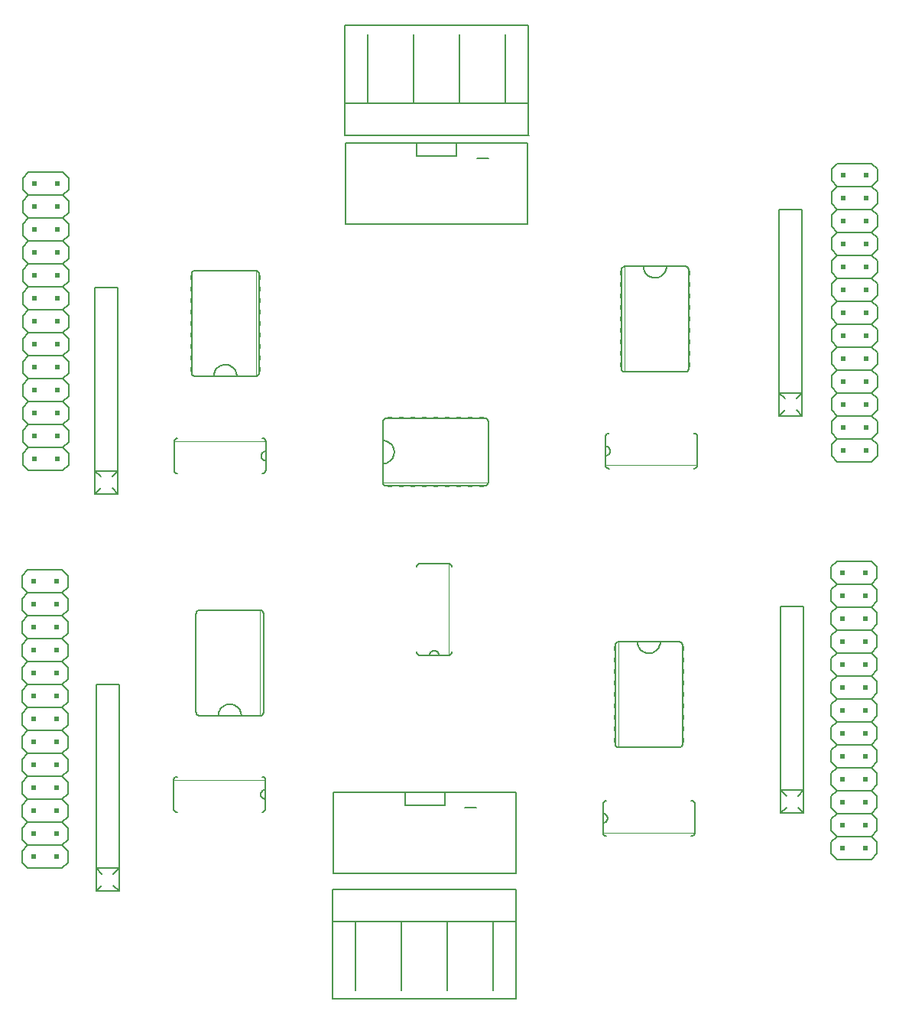
<source format=gto>
G75*
%MOIN*%
%OFA0B0*%
%FSLAX24Y24*%
%IPPOS*%
%LPD*%
%AMOC8*
5,1,8,0,0,1.08239X$1,22.5*
%
%ADD10C,0.0060*%
%ADD11C,0.0020*%
%ADD12R,0.0050X0.0200*%
%ADD13R,0.0200X0.0050*%
%ADD14R,0.0200X0.0200*%
%ADD15C,0.0080*%
%ADD16C,0.0050*%
D10*
X008800Y053527D02*
X008800Y054527D01*
X009800Y054527D01*
X009800Y062527D01*
X008800Y062527D01*
X008800Y054527D01*
X009050Y054277D01*
X009050Y053777D02*
X008800Y053527D01*
X009800Y053527D01*
X009800Y054527D01*
X009550Y054277D01*
X009550Y053777D02*
X009800Y053527D01*
X007579Y054781D02*
X007329Y054531D01*
X005829Y054531D01*
X005579Y054781D01*
X005579Y055281D01*
X005829Y055531D01*
X007329Y055531D01*
X007579Y055781D01*
X007579Y056281D01*
X007329Y056531D01*
X005829Y056531D01*
X005579Y056781D01*
X005579Y057281D01*
X005829Y057531D01*
X007329Y057531D01*
X007579Y057781D01*
X007579Y058281D01*
X007329Y058531D01*
X005829Y058531D01*
X005579Y058781D01*
X005579Y059281D01*
X005829Y059531D01*
X007329Y059531D01*
X007579Y059781D01*
X007579Y060281D01*
X007329Y060531D01*
X005829Y060531D01*
X005579Y060781D01*
X005579Y061281D01*
X005829Y061531D01*
X007329Y061531D01*
X007579Y061281D01*
X007579Y060781D01*
X007329Y060531D01*
X007329Y059531D02*
X007579Y059281D01*
X007579Y058781D01*
X007329Y058531D01*
X007329Y057531D02*
X007579Y057281D01*
X007579Y056781D01*
X007329Y056531D01*
X007329Y055531D02*
X007579Y055281D01*
X007579Y054781D01*
X005829Y055531D02*
X005579Y055781D01*
X005579Y056281D01*
X005829Y056531D01*
X005829Y057531D02*
X005579Y057781D01*
X005579Y058281D01*
X005829Y058531D01*
X005829Y059531D02*
X005579Y059781D01*
X005579Y060281D01*
X005829Y060531D01*
X005829Y061531D02*
X005579Y061781D01*
X005579Y062281D01*
X005829Y062531D01*
X007329Y062531D01*
X007579Y062281D01*
X007579Y061781D01*
X007329Y061531D01*
X007329Y062531D02*
X007579Y062781D01*
X007579Y063281D01*
X007329Y063531D01*
X005829Y063531D01*
X005579Y063781D01*
X005579Y064281D01*
X005829Y064531D01*
X007329Y064531D01*
X007579Y064281D01*
X007579Y063781D01*
X007329Y063531D01*
X007329Y064531D02*
X007579Y064781D01*
X007579Y065281D01*
X007329Y065531D01*
X005829Y065531D01*
X005579Y065781D01*
X005579Y066281D01*
X005829Y066531D01*
X005579Y066781D01*
X005579Y067281D01*
X005829Y067531D01*
X007329Y067531D01*
X007579Y067281D01*
X007579Y066781D01*
X007329Y066531D01*
X005829Y066531D01*
X005829Y065531D02*
X005579Y065281D01*
X005579Y064781D01*
X005829Y064531D01*
X005829Y063531D02*
X005579Y063281D01*
X005579Y062781D01*
X005829Y062531D01*
X007329Y065531D02*
X007579Y065781D01*
X007579Y066281D01*
X007329Y066531D01*
X008764Y070850D02*
X008764Y071850D01*
X009764Y071850D01*
X009764Y079850D01*
X008764Y079850D01*
X008764Y071850D01*
X009014Y071600D01*
X009014Y071100D02*
X008764Y070850D01*
X009764Y070850D01*
X009764Y071850D01*
X009514Y071600D01*
X009514Y071100D02*
X009764Y070850D01*
X007599Y072104D02*
X007599Y072604D01*
X007349Y072854D01*
X005849Y072854D01*
X005599Y073104D01*
X005599Y073604D01*
X005849Y073854D01*
X007349Y073854D01*
X007599Y074104D01*
X007599Y074604D01*
X007349Y074854D01*
X005849Y074854D01*
X005599Y075104D01*
X005599Y075604D01*
X005849Y075854D01*
X007349Y075854D01*
X007599Y076104D01*
X007599Y076604D01*
X007349Y076854D01*
X005849Y076854D01*
X005599Y077104D01*
X005599Y077604D01*
X005849Y077854D01*
X007349Y077854D01*
X007599Y078104D01*
X007599Y078604D01*
X007349Y078854D01*
X005849Y078854D01*
X005599Y079104D01*
X005599Y079604D01*
X005849Y079854D01*
X007349Y079854D01*
X007599Y079604D01*
X007599Y079104D01*
X007349Y078854D01*
X007349Y077854D02*
X007599Y077604D01*
X007599Y077104D01*
X007349Y076854D01*
X007349Y075854D02*
X007599Y075604D01*
X007599Y075104D01*
X007349Y074854D01*
X007349Y073854D02*
X007599Y073604D01*
X007599Y073104D01*
X007349Y072854D01*
X007599Y072104D02*
X007349Y071854D01*
X005849Y071854D01*
X005599Y072104D01*
X005599Y072604D01*
X005849Y072854D01*
X005849Y073854D02*
X005599Y074104D01*
X005599Y074604D01*
X005849Y074854D01*
X005849Y075854D02*
X005599Y076104D01*
X005599Y076604D01*
X005849Y076854D01*
X005849Y077854D02*
X005599Y078104D01*
X005599Y078604D01*
X005849Y078854D01*
X005849Y079854D02*
X005599Y080104D01*
X005599Y080604D01*
X005849Y080854D01*
X007349Y080854D01*
X007599Y080604D01*
X007599Y080104D01*
X007349Y079854D01*
X007349Y080854D02*
X007599Y081104D01*
X007599Y081604D01*
X007349Y081854D01*
X005849Y081854D01*
X005599Y082104D01*
X005599Y082604D01*
X005849Y082854D01*
X007349Y082854D01*
X007599Y082604D01*
X007599Y082104D01*
X007349Y081854D01*
X007349Y082854D02*
X007599Y083104D01*
X007599Y083604D01*
X007349Y083854D01*
X007599Y084104D01*
X007599Y084604D01*
X007349Y084854D01*
X005849Y084854D01*
X005599Y084604D01*
X005599Y084104D01*
X005849Y083854D01*
X007349Y083854D01*
X005849Y083854D02*
X005599Y083604D01*
X005599Y083104D01*
X005849Y082854D01*
X005849Y081854D02*
X005599Y081604D01*
X005599Y081104D01*
X005849Y080854D01*
X012205Y073120D02*
X012205Y071880D01*
X012207Y071857D01*
X012212Y071834D01*
X012221Y071812D01*
X012234Y071792D01*
X012249Y071774D01*
X012267Y071759D01*
X012287Y071746D01*
X012309Y071737D01*
X012332Y071732D01*
X012355Y071730D01*
X012205Y073120D02*
X012207Y073143D01*
X012212Y073166D01*
X012221Y073188D01*
X012234Y073208D01*
X012249Y073226D01*
X012267Y073241D01*
X012287Y073254D01*
X012309Y073263D01*
X012332Y073268D01*
X012355Y073270D01*
X013118Y075975D02*
X013938Y075975D01*
X014938Y075975D01*
X015758Y075975D01*
X015781Y075977D01*
X015804Y075982D01*
X015826Y075991D01*
X015846Y076004D01*
X015864Y076019D01*
X015879Y076037D01*
X015892Y076057D01*
X015901Y076079D01*
X015906Y076102D01*
X015908Y076125D01*
X015908Y080425D01*
X015906Y080448D01*
X015901Y080471D01*
X015892Y080493D01*
X015879Y080513D01*
X015864Y080531D01*
X015846Y080546D01*
X015826Y080559D01*
X015804Y080568D01*
X015781Y080573D01*
X015758Y080575D01*
X013118Y080575D01*
X013095Y080573D01*
X013072Y080568D01*
X013050Y080559D01*
X013030Y080546D01*
X013012Y080531D01*
X012997Y080513D01*
X012984Y080493D01*
X012975Y080471D01*
X012970Y080448D01*
X012968Y080425D01*
X012968Y076125D01*
X012970Y076102D01*
X012975Y076079D01*
X012984Y076057D01*
X012997Y076037D01*
X013012Y076019D01*
X013030Y076004D01*
X013050Y075991D01*
X013072Y075982D01*
X013095Y075977D01*
X013118Y075975D01*
X013938Y075975D02*
X013940Y076019D01*
X013946Y076062D01*
X013955Y076104D01*
X013968Y076146D01*
X013985Y076186D01*
X014005Y076225D01*
X014028Y076262D01*
X014055Y076296D01*
X014084Y076329D01*
X014117Y076358D01*
X014151Y076385D01*
X014188Y076408D01*
X014227Y076428D01*
X014267Y076445D01*
X014309Y076458D01*
X014351Y076467D01*
X014394Y076473D01*
X014438Y076475D01*
X014482Y076473D01*
X014525Y076467D01*
X014567Y076458D01*
X014609Y076445D01*
X014649Y076428D01*
X014688Y076408D01*
X014725Y076385D01*
X014759Y076358D01*
X014792Y076329D01*
X014821Y076296D01*
X014848Y076262D01*
X014871Y076225D01*
X014891Y076186D01*
X014908Y076146D01*
X014921Y076104D01*
X014930Y076062D01*
X014936Y076019D01*
X014938Y075975D01*
X016055Y073270D02*
X016078Y073268D01*
X016101Y073263D01*
X016123Y073254D01*
X016143Y073241D01*
X016161Y073226D01*
X016176Y073208D01*
X016189Y073188D01*
X016198Y073166D01*
X016203Y073143D01*
X016205Y073120D01*
X016205Y072700D01*
X016205Y072300D01*
X016205Y071880D01*
X016203Y071857D01*
X016198Y071834D01*
X016189Y071812D01*
X016176Y071792D01*
X016161Y071774D01*
X016143Y071759D01*
X016123Y071746D01*
X016101Y071737D01*
X016078Y071732D01*
X016055Y071730D01*
X016205Y072300D02*
X016178Y072302D01*
X016151Y072307D01*
X016125Y072317D01*
X016101Y072329D01*
X016079Y072345D01*
X016059Y072363D01*
X016042Y072385D01*
X016027Y072408D01*
X016017Y072433D01*
X016009Y072459D01*
X016005Y072486D01*
X016005Y072514D01*
X016009Y072541D01*
X016017Y072567D01*
X016027Y072592D01*
X016042Y072615D01*
X016059Y072637D01*
X016079Y072655D01*
X016101Y072671D01*
X016125Y072683D01*
X016151Y072693D01*
X016178Y072698D01*
X016205Y072700D01*
X015954Y065772D02*
X013314Y065772D01*
X013291Y065770D01*
X013268Y065765D01*
X013246Y065756D01*
X013226Y065743D01*
X013208Y065728D01*
X013193Y065710D01*
X013180Y065690D01*
X013171Y065668D01*
X013166Y065645D01*
X013164Y065622D01*
X013164Y061322D01*
X013166Y061299D01*
X013171Y061276D01*
X013180Y061254D01*
X013193Y061234D01*
X013208Y061216D01*
X013226Y061201D01*
X013246Y061188D01*
X013268Y061179D01*
X013291Y061174D01*
X013314Y061172D01*
X014134Y061172D01*
X015134Y061172D01*
X015954Y061172D01*
X015977Y061174D01*
X016000Y061179D01*
X016022Y061188D01*
X016042Y061201D01*
X016060Y061216D01*
X016075Y061234D01*
X016088Y061254D01*
X016097Y061276D01*
X016102Y061299D01*
X016104Y061322D01*
X016104Y065622D01*
X016102Y065645D01*
X016097Y065668D01*
X016088Y065690D01*
X016075Y065710D01*
X016060Y065728D01*
X016042Y065743D01*
X016022Y065756D01*
X016000Y065765D01*
X015977Y065770D01*
X015954Y065772D01*
X015134Y061172D02*
X015132Y061216D01*
X015126Y061259D01*
X015117Y061301D01*
X015104Y061343D01*
X015087Y061383D01*
X015067Y061422D01*
X015044Y061459D01*
X015017Y061493D01*
X014988Y061526D01*
X014955Y061555D01*
X014921Y061582D01*
X014884Y061605D01*
X014845Y061625D01*
X014805Y061642D01*
X014763Y061655D01*
X014721Y061664D01*
X014678Y061670D01*
X014634Y061672D01*
X014590Y061670D01*
X014547Y061664D01*
X014505Y061655D01*
X014463Y061642D01*
X014423Y061625D01*
X014384Y061605D01*
X014347Y061582D01*
X014313Y061555D01*
X014280Y061526D01*
X014251Y061493D01*
X014224Y061459D01*
X014201Y061422D01*
X014181Y061383D01*
X014164Y061343D01*
X014151Y061301D01*
X014142Y061259D01*
X014136Y061216D01*
X014134Y061172D01*
X012336Y058518D02*
X012313Y058516D01*
X012290Y058511D01*
X012268Y058502D01*
X012248Y058489D01*
X012230Y058474D01*
X012215Y058456D01*
X012202Y058436D01*
X012193Y058414D01*
X012188Y058391D01*
X012186Y058368D01*
X012186Y057128D01*
X012188Y057105D01*
X012193Y057082D01*
X012202Y057060D01*
X012215Y057040D01*
X012230Y057022D01*
X012248Y057007D01*
X012268Y056994D01*
X012290Y056985D01*
X012313Y056980D01*
X012336Y056978D01*
X016036Y056978D02*
X016059Y056980D01*
X016082Y056985D01*
X016104Y056994D01*
X016124Y057007D01*
X016142Y057022D01*
X016157Y057040D01*
X016170Y057060D01*
X016179Y057082D01*
X016184Y057105D01*
X016186Y057128D01*
X016186Y057548D01*
X016186Y057948D01*
X016186Y058368D01*
X016184Y058391D01*
X016179Y058414D01*
X016170Y058436D01*
X016157Y058456D01*
X016142Y058474D01*
X016124Y058489D01*
X016104Y058502D01*
X016082Y058511D01*
X016059Y058516D01*
X016036Y058518D01*
X016186Y057948D02*
X016159Y057946D01*
X016132Y057941D01*
X016106Y057931D01*
X016082Y057919D01*
X016060Y057903D01*
X016040Y057885D01*
X016023Y057863D01*
X016008Y057840D01*
X015998Y057815D01*
X015990Y057789D01*
X015986Y057762D01*
X015986Y057734D01*
X015990Y057707D01*
X015998Y057681D01*
X016008Y057656D01*
X016023Y057633D01*
X016040Y057611D01*
X016060Y057593D01*
X016082Y057577D01*
X016106Y057565D01*
X016132Y057555D01*
X016159Y057550D01*
X016186Y057548D01*
X022928Y063811D02*
X023348Y063811D01*
X023748Y063811D01*
X024168Y063811D01*
X024191Y063813D01*
X024214Y063818D01*
X024236Y063827D01*
X024256Y063840D01*
X024274Y063855D01*
X024289Y063873D01*
X024302Y063893D01*
X024311Y063915D01*
X024316Y063938D01*
X024318Y063961D01*
X023748Y063811D02*
X023746Y063838D01*
X023741Y063865D01*
X023731Y063891D01*
X023719Y063915D01*
X023703Y063937D01*
X023685Y063957D01*
X023663Y063974D01*
X023640Y063989D01*
X023615Y063999D01*
X023589Y064007D01*
X023562Y064011D01*
X023534Y064011D01*
X023507Y064007D01*
X023481Y063999D01*
X023456Y063989D01*
X023433Y063974D01*
X023411Y063957D01*
X023393Y063937D01*
X023377Y063915D01*
X023365Y063891D01*
X023355Y063865D01*
X023350Y063838D01*
X023348Y063811D01*
X022928Y063811D02*
X022905Y063813D01*
X022882Y063818D01*
X022860Y063827D01*
X022840Y063840D01*
X022822Y063855D01*
X022807Y063873D01*
X022794Y063893D01*
X022785Y063915D01*
X022780Y063938D01*
X022778Y063961D01*
X022778Y067661D02*
X022780Y067684D01*
X022785Y067707D01*
X022794Y067729D01*
X022807Y067749D01*
X022822Y067767D01*
X022840Y067782D01*
X022860Y067795D01*
X022882Y067804D01*
X022905Y067809D01*
X022928Y067811D01*
X024168Y067811D01*
X024191Y067809D01*
X024214Y067804D01*
X024236Y067795D01*
X024256Y067782D01*
X024274Y067767D01*
X024289Y067749D01*
X024302Y067729D01*
X024311Y067707D01*
X024316Y067684D01*
X024318Y067661D01*
X025753Y071195D02*
X021453Y071195D01*
X021430Y071197D01*
X021407Y071202D01*
X021385Y071211D01*
X021365Y071224D01*
X021347Y071239D01*
X021332Y071257D01*
X021319Y071277D01*
X021310Y071299D01*
X021305Y071322D01*
X021303Y071345D01*
X021303Y072165D01*
X021303Y073165D01*
X021303Y073985D01*
X021305Y074008D01*
X021310Y074031D01*
X021319Y074053D01*
X021332Y074073D01*
X021347Y074091D01*
X021365Y074106D01*
X021385Y074119D01*
X021407Y074128D01*
X021430Y074133D01*
X021453Y074135D01*
X025753Y074135D01*
X025776Y074133D01*
X025799Y074128D01*
X025821Y074119D01*
X025841Y074106D01*
X025859Y074091D01*
X025874Y074073D01*
X025887Y074053D01*
X025896Y074031D01*
X025901Y074008D01*
X025903Y073985D01*
X025903Y071345D01*
X025901Y071322D01*
X025896Y071299D01*
X025887Y071277D01*
X025874Y071257D01*
X025859Y071239D01*
X025841Y071224D01*
X025821Y071211D01*
X025799Y071202D01*
X025776Y071197D01*
X025753Y071195D01*
X021303Y072165D02*
X021347Y072167D01*
X021390Y072173D01*
X021432Y072182D01*
X021474Y072195D01*
X021514Y072212D01*
X021553Y072232D01*
X021590Y072255D01*
X021624Y072282D01*
X021657Y072311D01*
X021686Y072344D01*
X021713Y072378D01*
X021736Y072415D01*
X021756Y072454D01*
X021773Y072494D01*
X021786Y072536D01*
X021795Y072578D01*
X021801Y072621D01*
X021803Y072665D01*
X021801Y072709D01*
X021795Y072752D01*
X021786Y072794D01*
X021773Y072836D01*
X021756Y072876D01*
X021736Y072915D01*
X021713Y072952D01*
X021686Y072986D01*
X021657Y073019D01*
X021624Y073048D01*
X021590Y073075D01*
X021553Y073098D01*
X021514Y073118D01*
X021474Y073135D01*
X021432Y073148D01*
X021390Y073157D01*
X021347Y073163D01*
X021303Y073165D01*
X031020Y073336D02*
X031020Y072916D01*
X031020Y072516D01*
X031020Y072096D01*
X031022Y072073D01*
X031027Y072050D01*
X031036Y072028D01*
X031049Y072008D01*
X031064Y071990D01*
X031082Y071975D01*
X031102Y071962D01*
X031124Y071953D01*
X031147Y071948D01*
X031170Y071946D01*
X031020Y072516D02*
X031047Y072518D01*
X031074Y072523D01*
X031100Y072533D01*
X031124Y072545D01*
X031146Y072561D01*
X031166Y072579D01*
X031183Y072601D01*
X031198Y072624D01*
X031208Y072649D01*
X031216Y072675D01*
X031220Y072702D01*
X031220Y072730D01*
X031216Y072757D01*
X031208Y072783D01*
X031198Y072808D01*
X031183Y072831D01*
X031166Y072853D01*
X031146Y072871D01*
X031124Y072887D01*
X031100Y072899D01*
X031074Y072909D01*
X031047Y072914D01*
X031020Y072916D01*
X031020Y073336D02*
X031022Y073359D01*
X031027Y073382D01*
X031036Y073404D01*
X031049Y073424D01*
X031064Y073442D01*
X031082Y073457D01*
X031102Y073470D01*
X031124Y073479D01*
X031147Y073484D01*
X031170Y073486D01*
X031854Y076156D02*
X034494Y076156D01*
X034517Y076158D01*
X034540Y076163D01*
X034562Y076172D01*
X034582Y076185D01*
X034600Y076200D01*
X034615Y076218D01*
X034628Y076238D01*
X034637Y076260D01*
X034642Y076283D01*
X034644Y076306D01*
X034644Y080606D01*
X034642Y080629D01*
X034637Y080652D01*
X034628Y080674D01*
X034615Y080694D01*
X034600Y080712D01*
X034582Y080727D01*
X034562Y080740D01*
X034540Y080749D01*
X034517Y080754D01*
X034494Y080756D01*
X033674Y080756D01*
X032674Y080756D01*
X031854Y080756D01*
X031831Y080754D01*
X031808Y080749D01*
X031786Y080740D01*
X031766Y080727D01*
X031748Y080712D01*
X031733Y080694D01*
X031720Y080674D01*
X031711Y080652D01*
X031706Y080629D01*
X031704Y080606D01*
X031704Y076306D01*
X031706Y076283D01*
X031711Y076260D01*
X031720Y076238D01*
X031733Y076218D01*
X031748Y076200D01*
X031766Y076185D01*
X031786Y076172D01*
X031808Y076163D01*
X031831Y076158D01*
X031854Y076156D01*
X032674Y080756D02*
X032676Y080712D01*
X032682Y080669D01*
X032691Y080627D01*
X032704Y080585D01*
X032721Y080545D01*
X032741Y080506D01*
X032764Y080469D01*
X032791Y080435D01*
X032820Y080402D01*
X032853Y080373D01*
X032887Y080346D01*
X032924Y080323D01*
X032963Y080303D01*
X033003Y080286D01*
X033045Y080273D01*
X033087Y080264D01*
X033130Y080258D01*
X033174Y080256D01*
X033218Y080258D01*
X033261Y080264D01*
X033303Y080273D01*
X033345Y080286D01*
X033385Y080303D01*
X033424Y080323D01*
X033461Y080346D01*
X033495Y080373D01*
X033528Y080402D01*
X033557Y080435D01*
X033584Y080469D01*
X033607Y080506D01*
X033627Y080545D01*
X033644Y080585D01*
X033657Y080627D01*
X033666Y080669D01*
X033672Y080712D01*
X033674Y080756D01*
X034870Y073486D02*
X034893Y073484D01*
X034916Y073479D01*
X034938Y073470D01*
X034958Y073457D01*
X034976Y073442D01*
X034991Y073424D01*
X035004Y073404D01*
X035013Y073382D01*
X035018Y073359D01*
X035020Y073336D01*
X035020Y072096D01*
X035018Y072073D01*
X035013Y072050D01*
X035004Y072028D01*
X034991Y072008D01*
X034976Y071990D01*
X034958Y071975D01*
X034938Y071962D01*
X034916Y071953D01*
X034893Y071948D01*
X034870Y071946D01*
X038591Y074244D02*
X038591Y075244D01*
X039591Y075244D01*
X039591Y083244D01*
X038591Y083244D01*
X038591Y075244D01*
X038841Y074994D01*
X039341Y074994D02*
X039591Y075244D01*
X039591Y074244D01*
X039341Y074494D01*
X039591Y074244D02*
X038591Y074244D01*
X038841Y074494D01*
X040871Y074498D02*
X040871Y074998D01*
X041121Y075248D01*
X042621Y075248D01*
X042871Y074998D01*
X042871Y074498D01*
X042621Y074248D01*
X041121Y074248D01*
X040871Y074498D01*
X041121Y074248D02*
X040871Y073998D01*
X040871Y073498D01*
X041121Y073248D01*
X040871Y072998D01*
X040871Y072498D01*
X041121Y072248D01*
X042621Y072248D01*
X042871Y072498D01*
X042871Y072998D01*
X042621Y073248D01*
X041121Y073248D01*
X041121Y075248D02*
X040871Y075498D01*
X040871Y075998D01*
X041121Y076248D01*
X042621Y076248D01*
X042871Y075998D01*
X042871Y075498D01*
X042621Y075248D01*
X042621Y076248D02*
X042871Y076498D01*
X042871Y076998D01*
X042621Y077248D01*
X041121Y077248D01*
X040871Y077498D01*
X040871Y077998D01*
X041121Y078248D01*
X042621Y078248D01*
X042871Y077998D01*
X042871Y077498D01*
X042621Y077248D01*
X042621Y078248D02*
X042871Y078498D01*
X042871Y078998D01*
X042621Y079248D01*
X041121Y079248D01*
X040871Y078998D01*
X040871Y078498D01*
X041121Y078248D01*
X041121Y079248D02*
X040871Y079498D01*
X040871Y079998D01*
X041121Y080248D01*
X042621Y080248D01*
X042871Y079998D01*
X042871Y079498D01*
X042621Y079248D01*
X042621Y080248D02*
X042871Y080498D01*
X042871Y080998D01*
X042621Y081248D01*
X041121Y081248D01*
X040871Y080998D01*
X040871Y080498D01*
X041121Y080248D01*
X041121Y081248D02*
X040871Y081498D01*
X040871Y081998D01*
X041121Y082248D01*
X042621Y082248D01*
X042871Y081998D01*
X042871Y081498D01*
X042621Y081248D01*
X042621Y082248D02*
X042871Y082498D01*
X042871Y082998D01*
X042621Y083248D01*
X041121Y083248D01*
X040871Y082998D01*
X040871Y082498D01*
X041121Y082248D01*
X041121Y083248D02*
X040871Y083498D01*
X040871Y083998D01*
X041121Y084248D01*
X042621Y084248D01*
X042871Y083998D01*
X042871Y083498D01*
X042621Y083248D01*
X042621Y084248D02*
X042871Y084498D01*
X042871Y084998D01*
X042621Y085248D01*
X041121Y085248D01*
X040871Y084998D01*
X040871Y084498D01*
X041121Y084248D01*
X041121Y077248D02*
X040871Y076998D01*
X040871Y076498D01*
X041121Y076248D01*
X042621Y074248D02*
X042871Y073998D01*
X042871Y073498D01*
X042621Y073248D01*
X042613Y067913D02*
X041113Y067913D01*
X040863Y067663D01*
X040863Y067163D01*
X041113Y066913D01*
X042613Y066913D01*
X042863Y066663D01*
X042863Y066163D01*
X042613Y065913D01*
X041113Y065913D01*
X040863Y065663D01*
X040863Y065163D01*
X041113Y064913D01*
X042613Y064913D01*
X042863Y064663D01*
X042863Y064163D01*
X042613Y063913D01*
X041113Y063913D01*
X040863Y063663D01*
X040863Y063163D01*
X041113Y062913D01*
X042613Y062913D01*
X042863Y062663D01*
X042863Y062163D01*
X042613Y061913D01*
X041113Y061913D01*
X040863Y061663D01*
X040863Y061163D01*
X041113Y060913D01*
X042613Y060913D01*
X042863Y060663D01*
X042863Y060163D01*
X042613Y059913D01*
X041113Y059913D01*
X040863Y060163D01*
X040863Y060663D01*
X041113Y060913D01*
X041113Y059913D02*
X040863Y059663D01*
X040863Y059163D01*
X041113Y058913D01*
X042613Y058913D01*
X042863Y058663D01*
X042863Y058163D01*
X042613Y057913D01*
X041113Y057913D01*
X040863Y058163D01*
X040863Y058663D01*
X041113Y058913D01*
X041113Y057913D02*
X040863Y057663D01*
X040863Y057163D01*
X041113Y056913D01*
X042613Y056913D01*
X042863Y056663D01*
X042863Y056163D01*
X042613Y055913D01*
X042863Y055663D01*
X042863Y055163D01*
X042613Y054913D01*
X041113Y054913D01*
X040863Y055163D01*
X040863Y055663D01*
X041113Y055913D01*
X042613Y055913D01*
X042613Y056913D02*
X042863Y057163D01*
X042863Y057663D01*
X042613Y057913D01*
X042613Y058913D02*
X042863Y059163D01*
X042863Y059663D01*
X042613Y059913D01*
X042613Y060913D02*
X042863Y061163D01*
X042863Y061663D01*
X042613Y061913D01*
X042613Y062913D02*
X042863Y063163D01*
X042863Y063663D01*
X042613Y063913D01*
X042613Y064913D02*
X042863Y065163D01*
X042863Y065663D01*
X042613Y065913D01*
X042613Y066913D02*
X042863Y067163D01*
X042863Y067663D01*
X042613Y067913D01*
X041113Y066913D02*
X040863Y066663D01*
X040863Y066163D01*
X041113Y065913D01*
X041113Y064913D02*
X040863Y064663D01*
X040863Y064163D01*
X041113Y063913D01*
X041113Y062913D02*
X040863Y062663D01*
X040863Y062163D01*
X041113Y061913D01*
X039650Y057921D02*
X039400Y057671D01*
X039650Y057921D02*
X039650Y056921D01*
X039400Y057171D01*
X039650Y056921D02*
X038650Y056921D01*
X038650Y057921D01*
X039650Y057921D01*
X039650Y065921D01*
X038650Y065921D01*
X038650Y057921D01*
X038900Y057671D01*
X038900Y057171D02*
X038650Y056921D01*
X040863Y056663D02*
X040863Y056163D01*
X041113Y055913D01*
X040863Y056663D02*
X041113Y056913D01*
X034910Y057324D02*
X034910Y056084D01*
X034908Y056061D01*
X034903Y056038D01*
X034894Y056016D01*
X034881Y055996D01*
X034866Y055978D01*
X034848Y055963D01*
X034828Y055950D01*
X034806Y055941D01*
X034783Y055936D01*
X034760Y055934D01*
X034910Y057324D02*
X034908Y057347D01*
X034903Y057370D01*
X034894Y057392D01*
X034881Y057412D01*
X034866Y057430D01*
X034848Y057445D01*
X034828Y057458D01*
X034806Y057467D01*
X034783Y057472D01*
X034760Y057474D01*
X034230Y059798D02*
X031590Y059798D01*
X031567Y059800D01*
X031544Y059805D01*
X031522Y059814D01*
X031502Y059827D01*
X031484Y059842D01*
X031469Y059860D01*
X031456Y059880D01*
X031447Y059902D01*
X031442Y059925D01*
X031440Y059948D01*
X031440Y064248D01*
X031442Y064271D01*
X031447Y064294D01*
X031456Y064316D01*
X031469Y064336D01*
X031484Y064354D01*
X031502Y064369D01*
X031522Y064382D01*
X031544Y064391D01*
X031567Y064396D01*
X031590Y064398D01*
X032410Y064398D01*
X033410Y064398D01*
X034230Y064398D01*
X034253Y064396D01*
X034276Y064391D01*
X034298Y064382D01*
X034318Y064369D01*
X034336Y064354D01*
X034351Y064336D01*
X034364Y064316D01*
X034373Y064294D01*
X034378Y064271D01*
X034380Y064248D01*
X034380Y059948D01*
X034378Y059925D01*
X034373Y059902D01*
X034364Y059880D01*
X034351Y059860D01*
X034336Y059842D01*
X034318Y059827D01*
X034298Y059814D01*
X034276Y059805D01*
X034253Y059800D01*
X034230Y059798D01*
X033410Y064398D02*
X033408Y064354D01*
X033402Y064311D01*
X033393Y064269D01*
X033380Y064227D01*
X033363Y064187D01*
X033343Y064148D01*
X033320Y064111D01*
X033293Y064077D01*
X033264Y064044D01*
X033231Y064015D01*
X033197Y063988D01*
X033160Y063965D01*
X033121Y063945D01*
X033081Y063928D01*
X033039Y063915D01*
X032997Y063906D01*
X032954Y063900D01*
X032910Y063898D01*
X032866Y063900D01*
X032823Y063906D01*
X032781Y063915D01*
X032739Y063928D01*
X032699Y063945D01*
X032660Y063965D01*
X032623Y063988D01*
X032589Y064015D01*
X032556Y064044D01*
X032527Y064077D01*
X032500Y064111D01*
X032477Y064148D01*
X032457Y064187D01*
X032440Y064227D01*
X032427Y064269D01*
X032418Y064311D01*
X032412Y064354D01*
X032410Y064398D01*
X031060Y057474D02*
X031037Y057472D01*
X031014Y057467D01*
X030992Y057458D01*
X030972Y057445D01*
X030954Y057430D01*
X030939Y057412D01*
X030926Y057392D01*
X030917Y057370D01*
X030912Y057347D01*
X030910Y057324D01*
X030910Y056904D01*
X030910Y056504D01*
X030910Y056084D01*
X030912Y056061D01*
X030917Y056038D01*
X030926Y056016D01*
X030939Y055996D01*
X030954Y055978D01*
X030972Y055963D01*
X030992Y055950D01*
X031014Y055941D01*
X031037Y055936D01*
X031060Y055934D01*
X030910Y056504D02*
X030937Y056506D01*
X030964Y056511D01*
X030990Y056521D01*
X031014Y056533D01*
X031036Y056549D01*
X031056Y056567D01*
X031073Y056589D01*
X031088Y056612D01*
X031098Y056637D01*
X031106Y056663D01*
X031110Y056690D01*
X031110Y056718D01*
X031106Y056745D01*
X031098Y056771D01*
X031088Y056796D01*
X031073Y056819D01*
X031056Y056841D01*
X031036Y056859D01*
X031014Y056875D01*
X030990Y056887D01*
X030964Y056897D01*
X030937Y056902D01*
X030910Y056904D01*
D11*
X030910Y056074D02*
X034910Y056074D01*
X031580Y059798D02*
X031580Y064398D01*
X031020Y072086D02*
X035020Y072086D01*
X031844Y076156D02*
X031844Y080756D01*
X025903Y071335D02*
X021303Y071335D01*
X024178Y067811D02*
X024178Y063811D01*
X015964Y065772D02*
X015964Y061172D01*
X016186Y058378D02*
X012186Y058378D01*
X012205Y073130D02*
X016205Y073130D01*
X015768Y075975D02*
X015768Y080575D01*
D12*
X015933Y080275D03*
X015933Y079775D03*
X015933Y079275D03*
X015933Y078775D03*
X015933Y078275D03*
X015933Y077775D03*
X015933Y077275D03*
X015933Y076775D03*
X015933Y076275D03*
X012943Y076275D03*
X012943Y076775D03*
X012943Y077275D03*
X012943Y077775D03*
X012943Y078275D03*
X012943Y078775D03*
X012943Y079275D03*
X012943Y079775D03*
X012943Y080275D03*
X013139Y065472D03*
X013139Y064972D03*
X013139Y064472D03*
X013139Y063972D03*
X013139Y063472D03*
X013139Y062972D03*
X013139Y062472D03*
X013139Y061972D03*
X013139Y061472D03*
X016129Y061472D03*
X016129Y061972D03*
X016129Y062472D03*
X016129Y062972D03*
X016129Y063472D03*
X016129Y063972D03*
X016129Y064472D03*
X016129Y064972D03*
X016129Y065472D03*
X031415Y064098D03*
X031415Y063598D03*
X031415Y063098D03*
X031415Y062598D03*
X031415Y062098D03*
X031415Y061598D03*
X031415Y061098D03*
X031415Y060598D03*
X031415Y060098D03*
X034405Y060098D03*
X034405Y060598D03*
X034405Y061098D03*
X034405Y061598D03*
X034405Y062098D03*
X034405Y062598D03*
X034405Y063098D03*
X034405Y063598D03*
X034405Y064098D03*
X034669Y076456D03*
X034669Y076956D03*
X034669Y077456D03*
X034669Y077956D03*
X034669Y078456D03*
X034669Y078956D03*
X034669Y079456D03*
X034669Y079956D03*
X034669Y080456D03*
X031679Y080456D03*
X031679Y079956D03*
X031679Y079456D03*
X031679Y078956D03*
X031679Y078456D03*
X031679Y077956D03*
X031679Y077456D03*
X031679Y076956D03*
X031679Y076456D03*
D13*
X025603Y074160D03*
X025103Y074160D03*
X024603Y074160D03*
X024103Y074160D03*
X023603Y074160D03*
X023103Y074160D03*
X022603Y074160D03*
X022103Y074160D03*
X021603Y074160D03*
X021603Y071170D03*
X022103Y071170D03*
X022603Y071170D03*
X023103Y071170D03*
X023603Y071170D03*
X024103Y071170D03*
X024603Y071170D03*
X025103Y071170D03*
X025603Y071170D03*
D14*
X041371Y072748D03*
X041371Y073748D03*
X041371Y074748D03*
X041371Y075748D03*
X041371Y076748D03*
X041371Y077748D03*
X041371Y078748D03*
X041371Y079748D03*
X041371Y080748D03*
X041371Y081748D03*
X041371Y082748D03*
X041371Y083748D03*
X041371Y084748D03*
X042371Y084748D03*
X042371Y083748D03*
X042371Y082748D03*
X042371Y081748D03*
X042371Y080748D03*
X042371Y079748D03*
X042371Y078748D03*
X042371Y077748D03*
X042371Y076748D03*
X042371Y075748D03*
X042371Y074748D03*
X042371Y073748D03*
X042371Y072748D03*
X042363Y067413D03*
X042363Y066413D03*
X042363Y065413D03*
X042363Y064413D03*
X042363Y063413D03*
X042363Y062413D03*
X042363Y061413D03*
X042363Y060413D03*
X042363Y059413D03*
X042363Y058413D03*
X042363Y057413D03*
X042363Y056413D03*
X042363Y055413D03*
X041363Y055413D03*
X041363Y056413D03*
X041363Y057413D03*
X041363Y058413D03*
X041363Y059413D03*
X041363Y060413D03*
X041363Y061413D03*
X041363Y062413D03*
X041363Y063413D03*
X041363Y064413D03*
X041363Y065413D03*
X041363Y066413D03*
X041363Y067413D03*
X007079Y067031D03*
X007079Y066031D03*
X007079Y065031D03*
X006079Y065031D03*
X006079Y066031D03*
X006079Y067031D03*
X006079Y064031D03*
X006079Y063031D03*
X006079Y062031D03*
X006079Y061031D03*
X006079Y060031D03*
X006079Y059031D03*
X006079Y058031D03*
X006079Y057031D03*
X006079Y056031D03*
X006079Y055031D03*
X007079Y055031D03*
X007079Y056031D03*
X007079Y057031D03*
X007079Y058031D03*
X007079Y059031D03*
X007079Y060031D03*
X007079Y061031D03*
X007079Y062031D03*
X007079Y063031D03*
X007079Y064031D03*
X007099Y072354D03*
X007099Y073354D03*
X007099Y074354D03*
X007099Y075354D03*
X006099Y075354D03*
X006099Y074354D03*
X006099Y073354D03*
X006099Y072354D03*
X006099Y076354D03*
X006099Y077354D03*
X006099Y078354D03*
X006099Y079354D03*
X006099Y080354D03*
X006099Y081354D03*
X006099Y082354D03*
X006099Y083354D03*
X006099Y084354D03*
X007099Y084354D03*
X007099Y083354D03*
X007099Y082354D03*
X007099Y081354D03*
X007099Y080354D03*
X007099Y079354D03*
X007099Y078354D03*
X007099Y077354D03*
X007099Y076354D03*
D15*
X019162Y057842D02*
X019162Y054299D01*
X027115Y054299D01*
X027115Y054338D02*
X027115Y057842D01*
X024005Y057842D01*
X024005Y057252D01*
X022272Y057252D01*
X022272Y057842D01*
X024005Y057842D01*
X024888Y057163D02*
X025388Y057163D01*
X022272Y057842D02*
X019162Y057842D01*
X019674Y082606D02*
X019674Y086149D01*
X022784Y086149D01*
X022784Y085559D01*
X024516Y085559D01*
X024516Y086149D01*
X027627Y086149D01*
X027627Y082645D01*
X027627Y082606D02*
X019674Y082606D01*
X022784Y086149D02*
X024516Y086149D01*
X025400Y085470D02*
X025900Y085470D01*
D16*
X027115Y048823D02*
X019115Y048823D01*
X019115Y052208D01*
X020115Y052208D01*
X020115Y049208D01*
X020115Y052208D02*
X022115Y052208D01*
X022115Y049208D01*
X022115Y052208D02*
X024115Y052208D01*
X024115Y049208D01*
X024115Y052208D02*
X026115Y052208D01*
X026115Y049208D01*
X027115Y048823D02*
X027115Y052208D01*
X026115Y052208D01*
X027115Y052208D02*
X027115Y053614D01*
X019111Y053614D01*
X019115Y053610D02*
X019115Y052208D01*
X019662Y086480D02*
X027666Y086480D01*
X027662Y086484D02*
X027662Y087885D01*
X026662Y087885D01*
X026662Y090885D01*
X027662Y091271D02*
X019662Y091271D01*
X019662Y087885D01*
X020662Y087885D01*
X020662Y090885D01*
X020662Y087885D02*
X022662Y087885D01*
X022662Y090885D01*
X022662Y087885D02*
X024662Y087885D01*
X024662Y090885D01*
X024662Y087885D02*
X026662Y087885D01*
X027662Y087885D02*
X027662Y091271D01*
X019662Y087885D02*
X019662Y086480D01*
M02*

</source>
